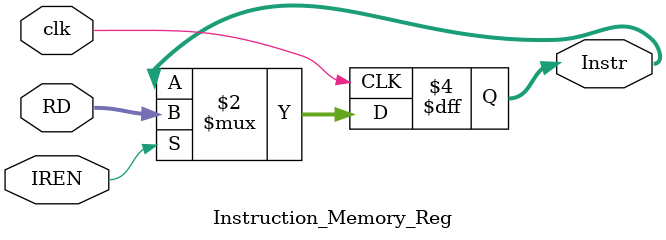
<source format=v>
`timescale 1ns / 1ps


module Instruction_Memory_Reg(clk,IREN,RD,Instr);

input clk,IREN;
input [31:0]RD;
output reg signed[31:0]Instr;//We used signed here because we are storing some negative values inside memory.

always@(posedge clk)
begin
  if(IREN)
  Instr<=RD;
end
endmodule

</source>
